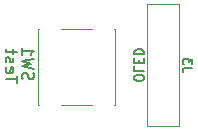
<source format=gbr>
%TF.GenerationSoftware,KiCad,Pcbnew,7.0.7*%
%TF.CreationDate,2024-02-02T19:15:28-05:00*%
%TF.ProjectId,ESP8266_Count3,45535038-3236-4365-9f43-6f756e74332e,rev?*%
%TF.SameCoordinates,Original*%
%TF.FileFunction,Legend,Bot*%
%TF.FilePolarity,Positive*%
%FSLAX46Y46*%
G04 Gerber Fmt 4.6, Leading zero omitted, Abs format (unit mm)*
G04 Created by KiCad (PCBNEW 7.0.7) date 2024-02-02 19:15:28*
%MOMM*%
%LPD*%
G01*
G04 APERTURE LIST*
G04 Aperture macros list*
%AMRoundRect*
0 Rectangle with rounded corners*
0 $1 Rounding radius*
0 $2 $3 $4 $5 $6 $7 $8 $9 X,Y pos of 4 corners*
0 Add a 4 corners polygon primitive as box body*
4,1,4,$2,$3,$4,$5,$6,$7,$8,$9,$2,$3,0*
0 Add four circle primitives for the rounded corners*
1,1,$1+$1,$2,$3*
1,1,$1+$1,$4,$5*
1,1,$1+$1,$6,$7*
1,1,$1+$1,$8,$9*
0 Add four rect primitives between the rounded corners*
20,1,$1+$1,$2,$3,$4,$5,0*
20,1,$1+$1,$4,$5,$6,$7,0*
20,1,$1+$1,$6,$7,$8,$9,0*
20,1,$1+$1,$8,$9,$2,$3,0*%
G04 Aperture macros list end*
%ADD10C,0.150000*%
%ADD11C,0.120000*%
%ADD12RoundRect,0.250000X-1.550000X0.650000X-1.550000X-0.650000X1.550000X-0.650000X1.550000X0.650000X0*%
%ADD13O,3.600000X1.800000*%
%ADD14R,2.000000X2.000000*%
%ADD15O,1.600000X2.000000*%
%ADD16RoundRect,0.291667X-1.508333X0.758333X-1.508333X-0.758333X1.508333X-0.758333X1.508333X0.758333X0*%
%ADD17O,3.600000X2.100000*%
%ADD18C,5.000000*%
%ADD19C,1.700000*%
%ADD20R,1.300000X1.550000*%
G04 APERTURE END LIST*
D10*
X131837704Y-88361904D02*
X131837704Y-88209523D01*
X131837704Y-88209523D02*
X131799609Y-88133333D01*
X131799609Y-88133333D02*
X131723419Y-88057142D01*
X131723419Y-88057142D02*
X131571038Y-88019047D01*
X131571038Y-88019047D02*
X131304371Y-88019047D01*
X131304371Y-88019047D02*
X131151990Y-88057142D01*
X131151990Y-88057142D02*
X131075800Y-88133333D01*
X131075800Y-88133333D02*
X131037704Y-88209523D01*
X131037704Y-88209523D02*
X131037704Y-88361904D01*
X131037704Y-88361904D02*
X131075800Y-88438095D01*
X131075800Y-88438095D02*
X131151990Y-88514285D01*
X131151990Y-88514285D02*
X131304371Y-88552381D01*
X131304371Y-88552381D02*
X131571038Y-88552381D01*
X131571038Y-88552381D02*
X131723419Y-88514285D01*
X131723419Y-88514285D02*
X131799609Y-88438095D01*
X131799609Y-88438095D02*
X131837704Y-88361904D01*
X131037704Y-87295238D02*
X131037704Y-87676190D01*
X131037704Y-87676190D02*
X131837704Y-87676190D01*
X131456752Y-87028571D02*
X131456752Y-86761905D01*
X131037704Y-86647619D02*
X131037704Y-87028571D01*
X131037704Y-87028571D02*
X131837704Y-87028571D01*
X131837704Y-87028571D02*
X131837704Y-86647619D01*
X131037704Y-86304761D02*
X131837704Y-86304761D01*
X131837704Y-86304761D02*
X131837704Y-86114285D01*
X131837704Y-86114285D02*
X131799609Y-85999999D01*
X131799609Y-85999999D02*
X131723419Y-85923809D01*
X131723419Y-85923809D02*
X131647228Y-85885714D01*
X131647228Y-85885714D02*
X131494847Y-85847618D01*
X131494847Y-85847618D02*
X131380561Y-85847618D01*
X131380561Y-85847618D02*
X131228180Y-85885714D01*
X131228180Y-85885714D02*
X131151990Y-85923809D01*
X131151990Y-85923809D02*
X131075800Y-85999999D01*
X131075800Y-85999999D02*
X131037704Y-86114285D01*
X131037704Y-86114285D02*
X131037704Y-86304761D01*
X135937704Y-87466666D02*
X135366276Y-87466666D01*
X135366276Y-87466666D02*
X135251990Y-87504761D01*
X135251990Y-87504761D02*
X135175800Y-87580952D01*
X135175800Y-87580952D02*
X135137704Y-87695237D01*
X135137704Y-87695237D02*
X135137704Y-87771428D01*
X135937704Y-87161904D02*
X135937704Y-86666666D01*
X135937704Y-86666666D02*
X135632942Y-86933332D01*
X135632942Y-86933332D02*
X135632942Y-86819047D01*
X135632942Y-86819047D02*
X135594847Y-86742856D01*
X135594847Y-86742856D02*
X135556752Y-86704761D01*
X135556752Y-86704761D02*
X135480561Y-86666666D01*
X135480561Y-86666666D02*
X135290085Y-86666666D01*
X135290085Y-86666666D02*
X135213895Y-86704761D01*
X135213895Y-86704761D02*
X135175800Y-86742856D01*
X135175800Y-86742856D02*
X135137704Y-86819047D01*
X135137704Y-86819047D02*
X135137704Y-87047618D01*
X135137704Y-87047618D02*
X135175800Y-87123809D01*
X135175800Y-87123809D02*
X135213895Y-87161904D01*
X121592800Y-88433332D02*
X121545180Y-88290475D01*
X121545180Y-88290475D02*
X121545180Y-88052380D01*
X121545180Y-88052380D02*
X121592800Y-87957142D01*
X121592800Y-87957142D02*
X121640419Y-87909523D01*
X121640419Y-87909523D02*
X121735657Y-87861904D01*
X121735657Y-87861904D02*
X121830895Y-87861904D01*
X121830895Y-87861904D02*
X121926133Y-87909523D01*
X121926133Y-87909523D02*
X121973752Y-87957142D01*
X121973752Y-87957142D02*
X122021371Y-88052380D01*
X122021371Y-88052380D02*
X122068990Y-88242856D01*
X122068990Y-88242856D02*
X122116609Y-88338094D01*
X122116609Y-88338094D02*
X122164228Y-88385713D01*
X122164228Y-88385713D02*
X122259466Y-88433332D01*
X122259466Y-88433332D02*
X122354704Y-88433332D01*
X122354704Y-88433332D02*
X122449942Y-88385713D01*
X122449942Y-88385713D02*
X122497561Y-88338094D01*
X122497561Y-88338094D02*
X122545180Y-88242856D01*
X122545180Y-88242856D02*
X122545180Y-88004761D01*
X122545180Y-88004761D02*
X122497561Y-87861904D01*
X122545180Y-87528570D02*
X121545180Y-87290475D01*
X121545180Y-87290475D02*
X122259466Y-87099999D01*
X122259466Y-87099999D02*
X121545180Y-86909523D01*
X121545180Y-86909523D02*
X122545180Y-86671428D01*
X121545180Y-85766666D02*
X121545180Y-86338094D01*
X121545180Y-86052380D02*
X122545180Y-86052380D01*
X122545180Y-86052380D02*
X122402323Y-86147618D01*
X122402323Y-86147618D02*
X122307085Y-86242856D01*
X122307085Y-86242856D02*
X122259466Y-86338094D01*
X121145180Y-88704761D02*
X121145180Y-88133333D01*
X120145180Y-88419047D02*
X121145180Y-88419047D01*
X120192800Y-87419047D02*
X120145180Y-87514285D01*
X120145180Y-87514285D02*
X120145180Y-87704761D01*
X120145180Y-87704761D02*
X120192800Y-87799999D01*
X120192800Y-87799999D02*
X120288038Y-87847618D01*
X120288038Y-87847618D02*
X120668990Y-87847618D01*
X120668990Y-87847618D02*
X120764228Y-87799999D01*
X120764228Y-87799999D02*
X120811847Y-87704761D01*
X120811847Y-87704761D02*
X120811847Y-87514285D01*
X120811847Y-87514285D02*
X120764228Y-87419047D01*
X120764228Y-87419047D02*
X120668990Y-87371428D01*
X120668990Y-87371428D02*
X120573752Y-87371428D01*
X120573752Y-87371428D02*
X120478514Y-87847618D01*
X120192800Y-86990475D02*
X120145180Y-86895237D01*
X120145180Y-86895237D02*
X120145180Y-86704761D01*
X120145180Y-86704761D02*
X120192800Y-86609523D01*
X120192800Y-86609523D02*
X120288038Y-86561904D01*
X120288038Y-86561904D02*
X120335657Y-86561904D01*
X120335657Y-86561904D02*
X120430895Y-86609523D01*
X120430895Y-86609523D02*
X120478514Y-86704761D01*
X120478514Y-86704761D02*
X120478514Y-86847618D01*
X120478514Y-86847618D02*
X120526133Y-86942856D01*
X120526133Y-86942856D02*
X120621371Y-86990475D01*
X120621371Y-86990475D02*
X120668990Y-86990475D01*
X120668990Y-86990475D02*
X120764228Y-86942856D01*
X120764228Y-86942856D02*
X120811847Y-86847618D01*
X120811847Y-86847618D02*
X120811847Y-86704761D01*
X120811847Y-86704761D02*
X120764228Y-86609523D01*
X120811847Y-86276189D02*
X120811847Y-85895237D01*
X121145180Y-86133332D02*
X120288038Y-86133332D01*
X120288038Y-86133332D02*
X120192800Y-86085713D01*
X120192800Y-86085713D02*
X120145180Y-85990475D01*
X120145180Y-85990475D02*
X120145180Y-85895237D01*
D11*
%TO.C,J3*%
X134860000Y-82010000D02*
X132140000Y-82010000D01*
X134860000Y-82010000D02*
X134860000Y-92390000D01*
X134860000Y-92390000D02*
X132140000Y-92390000D01*
X132140000Y-92390000D02*
X132140000Y-82010000D01*
%TO.C,SW1*%
X122920000Y-90605000D02*
X122950000Y-90605000D01*
X122920000Y-90605000D02*
X122920000Y-84145000D01*
X127450000Y-90605000D02*
X124850000Y-90605000D01*
X129350000Y-90605000D02*
X129380000Y-90605000D01*
X129380000Y-90605000D02*
X129380000Y-84145000D01*
X122920000Y-84145000D02*
X122950000Y-84145000D01*
X127450000Y-84145000D02*
X124850000Y-84145000D01*
X129380000Y-84145000D02*
X129350000Y-84145000D01*
%TD*%
%LPC*%
D12*
%TO.C,TB1*%
X105357500Y-92112500D03*
D13*
X105357500Y-95922500D03*
%TD*%
D14*
%TO.C,U2*%
X156600000Y-75555000D03*
D15*
X154060000Y-75555000D03*
X151520000Y-75555000D03*
X148980000Y-75555000D03*
X146440000Y-75555000D03*
X143900000Y-75555000D03*
X141360000Y-75555000D03*
X138820000Y-75555000D03*
X138820000Y-98415000D03*
X141360000Y-98415000D03*
X143900000Y-98415000D03*
X146440000Y-98415000D03*
X148980000Y-98415000D03*
X151520000Y-98415000D03*
X154060000Y-98415000D03*
X156600000Y-98415000D03*
%TD*%
D16*
%TO.C,J2*%
X105357500Y-77680000D03*
D13*
X105357500Y-81340000D03*
D17*
X105357500Y-85000000D03*
%TD*%
D18*
%TO.C,J3*%
X134000000Y-75550000D03*
X134000000Y-98850000D03*
D19*
X133500000Y-91000000D03*
X133500000Y-88500000D03*
X133500000Y-85900000D03*
X133500000Y-83400000D03*
%TD*%
D20*
%TO.C,SW1*%
X128400000Y-91350000D03*
X128400000Y-83400000D03*
X123900000Y-91350000D03*
X123900000Y-83400000D03*
%TD*%
%LPD*%
M02*

</source>
